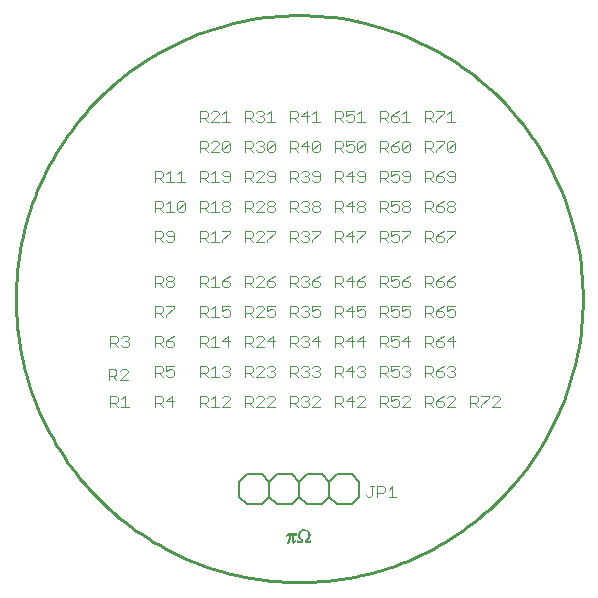
<source format=gto>
G75*
%MOIN*%
%OFA0B0*%
%FSLAX25Y25*%
%IPPOS*%
%LPD*%
%AMOC8*
5,1,8,0,0,1.08239X$1,22.5*
%
%ADD10C,0.01000*%
%ADD11R,0.00400X0.00100*%
%ADD12R,0.00300X0.00100*%
%ADD13R,0.00600X0.00100*%
%ADD14R,0.00700X0.00100*%
%ADD15R,0.01800X0.00100*%
%ADD16R,0.00900X0.00100*%
%ADD17R,0.01000X0.00100*%
%ADD18R,0.01100X0.00100*%
%ADD19R,0.01200X0.00100*%
%ADD20R,0.00200X0.00100*%
%ADD21R,0.00500X0.00100*%
%ADD22R,0.00100X0.00100*%
%ADD23R,0.00800X0.00100*%
%ADD24R,0.03200X0.00100*%
%ADD25R,0.03100X0.00100*%
%ADD26R,0.03000X0.00100*%
%ADD27R,0.02900X0.00100*%
%ADD28R,0.02700X0.00100*%
%ADD29R,0.01700X0.00100*%
%ADD30C,0.00600*%
%ADD31C,0.00400*%
%ADD32C,0.00300*%
D10*
X0005437Y0099925D02*
X0005465Y0102244D01*
X0005551Y0104561D01*
X0005693Y0106876D01*
X0005892Y0109186D01*
X0006148Y0111491D01*
X0006460Y0113789D01*
X0006828Y0116079D01*
X0007253Y0118359D01*
X0007733Y0120627D01*
X0008269Y0122884D01*
X0008860Y0125126D01*
X0009506Y0127353D01*
X0010206Y0129564D01*
X0010960Y0131757D01*
X0011768Y0133931D01*
X0012629Y0136084D01*
X0013543Y0138215D01*
X0014509Y0140324D01*
X0015526Y0142408D01*
X0016594Y0144466D01*
X0017712Y0146498D01*
X0018880Y0148502D01*
X0020096Y0150476D01*
X0021361Y0152420D01*
X0022673Y0154332D01*
X0024032Y0156211D01*
X0025436Y0158057D01*
X0026885Y0159868D01*
X0028378Y0161642D01*
X0029914Y0163379D01*
X0031492Y0165078D01*
X0033112Y0166738D01*
X0034772Y0168358D01*
X0036471Y0169936D01*
X0038208Y0171472D01*
X0039982Y0172965D01*
X0041793Y0174414D01*
X0043639Y0175818D01*
X0045518Y0177177D01*
X0047430Y0178489D01*
X0049374Y0179754D01*
X0051348Y0180970D01*
X0053352Y0182138D01*
X0055384Y0183256D01*
X0057442Y0184324D01*
X0059526Y0185341D01*
X0061635Y0186307D01*
X0063766Y0187221D01*
X0065919Y0188082D01*
X0068093Y0188890D01*
X0070286Y0189644D01*
X0072497Y0190344D01*
X0074724Y0190990D01*
X0076966Y0191581D01*
X0079223Y0192117D01*
X0081491Y0192597D01*
X0083771Y0193022D01*
X0086061Y0193390D01*
X0088359Y0193702D01*
X0090664Y0193958D01*
X0092974Y0194157D01*
X0095289Y0194299D01*
X0097606Y0194385D01*
X0099925Y0194413D01*
X0102244Y0194385D01*
X0104561Y0194299D01*
X0106876Y0194157D01*
X0109186Y0193958D01*
X0111491Y0193702D01*
X0113789Y0193390D01*
X0116079Y0193022D01*
X0118359Y0192597D01*
X0120627Y0192117D01*
X0122884Y0191581D01*
X0125126Y0190990D01*
X0127353Y0190344D01*
X0129564Y0189644D01*
X0131757Y0188890D01*
X0133931Y0188082D01*
X0136084Y0187221D01*
X0138215Y0186307D01*
X0140324Y0185341D01*
X0142408Y0184324D01*
X0144466Y0183256D01*
X0146498Y0182138D01*
X0148502Y0180970D01*
X0150476Y0179754D01*
X0152420Y0178489D01*
X0154332Y0177177D01*
X0156211Y0175818D01*
X0158057Y0174414D01*
X0159868Y0172965D01*
X0161642Y0171472D01*
X0163379Y0169936D01*
X0165078Y0168358D01*
X0166738Y0166738D01*
X0168358Y0165078D01*
X0169936Y0163379D01*
X0171472Y0161642D01*
X0172965Y0159868D01*
X0174414Y0158057D01*
X0175818Y0156211D01*
X0177177Y0154332D01*
X0178489Y0152420D01*
X0179754Y0150476D01*
X0180970Y0148502D01*
X0182138Y0146498D01*
X0183256Y0144466D01*
X0184324Y0142408D01*
X0185341Y0140324D01*
X0186307Y0138215D01*
X0187221Y0136084D01*
X0188082Y0133931D01*
X0188890Y0131757D01*
X0189644Y0129564D01*
X0190344Y0127353D01*
X0190990Y0125126D01*
X0191581Y0122884D01*
X0192117Y0120627D01*
X0192597Y0118359D01*
X0193022Y0116079D01*
X0193390Y0113789D01*
X0193702Y0111491D01*
X0193958Y0109186D01*
X0194157Y0106876D01*
X0194299Y0104561D01*
X0194385Y0102244D01*
X0194413Y0099925D01*
X0194385Y0097606D01*
X0194299Y0095289D01*
X0194157Y0092974D01*
X0193958Y0090664D01*
X0193702Y0088359D01*
X0193390Y0086061D01*
X0193022Y0083771D01*
X0192597Y0081491D01*
X0192117Y0079223D01*
X0191581Y0076966D01*
X0190990Y0074724D01*
X0190344Y0072497D01*
X0189644Y0070286D01*
X0188890Y0068093D01*
X0188082Y0065919D01*
X0187221Y0063766D01*
X0186307Y0061635D01*
X0185341Y0059526D01*
X0184324Y0057442D01*
X0183256Y0055384D01*
X0182138Y0053352D01*
X0180970Y0051348D01*
X0179754Y0049374D01*
X0178489Y0047430D01*
X0177177Y0045518D01*
X0175818Y0043639D01*
X0174414Y0041793D01*
X0172965Y0039982D01*
X0171472Y0038208D01*
X0169936Y0036471D01*
X0168358Y0034772D01*
X0166738Y0033112D01*
X0165078Y0031492D01*
X0163379Y0029914D01*
X0161642Y0028378D01*
X0159868Y0026885D01*
X0158057Y0025436D01*
X0156211Y0024032D01*
X0154332Y0022673D01*
X0152420Y0021361D01*
X0150476Y0020096D01*
X0148502Y0018880D01*
X0146498Y0017712D01*
X0144466Y0016594D01*
X0142408Y0015526D01*
X0140324Y0014509D01*
X0138215Y0013543D01*
X0136084Y0012629D01*
X0133931Y0011768D01*
X0131757Y0010960D01*
X0129564Y0010206D01*
X0127353Y0009506D01*
X0125126Y0008860D01*
X0122884Y0008269D01*
X0120627Y0007733D01*
X0118359Y0007253D01*
X0116079Y0006828D01*
X0113789Y0006460D01*
X0111491Y0006148D01*
X0109186Y0005892D01*
X0106876Y0005693D01*
X0104561Y0005551D01*
X0102244Y0005465D01*
X0099925Y0005437D01*
X0097606Y0005465D01*
X0095289Y0005551D01*
X0092974Y0005693D01*
X0090664Y0005892D01*
X0088359Y0006148D01*
X0086061Y0006460D01*
X0083771Y0006828D01*
X0081491Y0007253D01*
X0079223Y0007733D01*
X0076966Y0008269D01*
X0074724Y0008860D01*
X0072497Y0009506D01*
X0070286Y0010206D01*
X0068093Y0010960D01*
X0065919Y0011768D01*
X0063766Y0012629D01*
X0061635Y0013543D01*
X0059526Y0014509D01*
X0057442Y0015526D01*
X0055384Y0016594D01*
X0053352Y0017712D01*
X0051348Y0018880D01*
X0049374Y0020096D01*
X0047430Y0021361D01*
X0045518Y0022673D01*
X0043639Y0024032D01*
X0041793Y0025436D01*
X0039982Y0026885D01*
X0038208Y0028378D01*
X0036471Y0029914D01*
X0034772Y0031492D01*
X0033112Y0033112D01*
X0031492Y0034772D01*
X0029914Y0036471D01*
X0028378Y0038208D01*
X0026885Y0039982D01*
X0025436Y0041793D01*
X0024032Y0043639D01*
X0022673Y0045518D01*
X0021361Y0047430D01*
X0020096Y0049374D01*
X0018880Y0051348D01*
X0017712Y0053352D01*
X0016594Y0055384D01*
X0015526Y0057442D01*
X0014509Y0059526D01*
X0013543Y0061635D01*
X0012629Y0063766D01*
X0011768Y0065919D01*
X0010960Y0068093D01*
X0010206Y0070286D01*
X0009506Y0072497D01*
X0008860Y0074724D01*
X0008269Y0076966D01*
X0007733Y0079223D01*
X0007253Y0081491D01*
X0006828Y0083771D01*
X0006460Y0086061D01*
X0006148Y0088359D01*
X0005892Y0090664D01*
X0005693Y0092974D01*
X0005551Y0095289D01*
X0005465Y0097606D01*
X0005437Y0099925D01*
D11*
X0096850Y0020900D03*
X0096850Y0020800D03*
X0096850Y0020700D03*
X0096850Y0020600D03*
X0096850Y0020500D03*
X0096750Y0020200D03*
X0096750Y0020100D03*
X0096750Y0020000D03*
X0096750Y0019900D03*
X0096750Y0019800D03*
X0096750Y0019700D03*
X0096650Y0019400D03*
X0096650Y0019300D03*
X0096350Y0018300D03*
X0097850Y0019200D03*
X0097850Y0019300D03*
X0097850Y0019400D03*
X0097850Y0019500D03*
X0097850Y0019600D03*
X0097850Y0019700D03*
X0097850Y0019800D03*
X0097850Y0019900D03*
X0097850Y0020000D03*
X0097850Y0020100D03*
X0097850Y0020200D03*
X0097950Y0020600D03*
X0097950Y0020700D03*
X0097950Y0020800D03*
X0097950Y0020900D03*
D12*
X0097900Y0020500D03*
X0097900Y0020400D03*
X0097900Y0020300D03*
X0098900Y0019000D03*
X0098800Y0018900D03*
X0098300Y0018300D03*
X0101100Y0019000D03*
X0101100Y0019100D03*
X0102200Y0019100D03*
X0102200Y0019000D03*
X0096000Y0020900D03*
D13*
X0096550Y0019000D03*
X0096350Y0018500D03*
X0096350Y0018400D03*
X0097950Y0019000D03*
X0100250Y0019800D03*
X0100050Y0021600D03*
X0100150Y0021800D03*
X0100250Y0022000D03*
X0100350Y0022100D03*
X0100450Y0022200D03*
X0100550Y0022300D03*
X0102750Y0022300D03*
X0102850Y0022200D03*
X0102950Y0022100D03*
X0103050Y0022000D03*
X0103150Y0021800D03*
X0103250Y0021600D03*
X0103050Y0019800D03*
D14*
X0103100Y0019900D03*
X0103200Y0020000D03*
X0103200Y0020100D03*
X0103300Y0020200D03*
X0103300Y0020300D03*
X0103300Y0020400D03*
X0103400Y0020800D03*
X0103400Y0020900D03*
X0103400Y0021000D03*
X0103400Y0021100D03*
X0103300Y0021300D03*
X0103300Y0021400D03*
X0103300Y0021500D03*
X0103200Y0021700D03*
X0103100Y0021900D03*
X0102400Y0022500D03*
X0100900Y0022500D03*
X0100200Y0021900D03*
X0100100Y0021700D03*
X0100000Y0021500D03*
X0100000Y0021400D03*
X0100000Y0021300D03*
X0099900Y0021100D03*
X0099900Y0021000D03*
X0099900Y0020900D03*
X0099900Y0020800D03*
X0099900Y0020700D03*
X0100000Y0020400D03*
X0100000Y0020300D03*
X0100000Y0020200D03*
X0100100Y0020100D03*
X0100100Y0020000D03*
X0100200Y0019900D03*
X0100300Y0019700D03*
X0100400Y0019600D03*
X0100500Y0019500D03*
X0100700Y0019400D03*
X0102600Y0019400D03*
X0102800Y0019500D03*
X0102900Y0019600D03*
X0103000Y0019700D03*
X0098300Y0018400D03*
X0098000Y0018900D03*
X0096500Y0018900D03*
X0096400Y0018800D03*
X0096400Y0018700D03*
X0096400Y0018600D03*
D15*
X0100350Y0018600D03*
X0100350Y0018700D03*
X0100350Y0018800D03*
X0100350Y0018900D03*
X0100350Y0018500D03*
X0100350Y0018400D03*
X0102950Y0018400D03*
X0102950Y0018500D03*
X0102950Y0018600D03*
X0102950Y0018700D03*
X0102950Y0018800D03*
X0102950Y0018900D03*
D16*
X0098300Y0018500D03*
D17*
X0098350Y0018600D03*
X0101650Y0022700D03*
D18*
X0098300Y0018700D03*
D19*
X0098350Y0018800D03*
D20*
X0098950Y0019100D03*
X0098950Y0019200D03*
X0098950Y0019300D03*
X0099550Y0019100D03*
X0099550Y0019000D03*
X0095850Y0020700D03*
X0095850Y0020800D03*
X0103750Y0019100D03*
X0103750Y0019000D03*
D21*
X0102300Y0019200D03*
X0101000Y0019200D03*
X0097900Y0019100D03*
X0096700Y0019500D03*
X0096700Y0019600D03*
X0096600Y0019200D03*
X0096600Y0019100D03*
X0096800Y0020300D03*
X0096800Y0020400D03*
X0100700Y0022400D03*
X0102600Y0022400D03*
D22*
X0103800Y0019300D03*
X0103800Y0019200D03*
X0099500Y0019200D03*
X0099500Y0019300D03*
X0095800Y0020600D03*
D23*
X0099950Y0020600D03*
X0099950Y0020500D03*
X0099950Y0021200D03*
X0100850Y0019300D03*
X0102450Y0019300D03*
X0103350Y0020500D03*
X0103350Y0020600D03*
X0103350Y0020700D03*
X0103350Y0021200D03*
D24*
X0097450Y0021000D03*
D25*
X0097500Y0021100D03*
X0097500Y0021200D03*
D26*
X0097550Y0021300D03*
D27*
X0097600Y0021400D03*
D28*
X0097700Y0021500D03*
D29*
X0101600Y0022600D03*
D30*
X0102425Y0031500D02*
X0099925Y0034000D01*
X0097425Y0031500D01*
X0092425Y0031500D01*
X0089925Y0034000D01*
X0087425Y0031500D01*
X0082425Y0031500D01*
X0079925Y0034000D01*
X0079925Y0039000D01*
X0082425Y0041500D01*
X0087425Y0041500D01*
X0089925Y0039000D01*
X0092425Y0041500D01*
X0097425Y0041500D01*
X0099925Y0039000D01*
X0099925Y0034000D01*
X0102425Y0031500D02*
X0107425Y0031500D01*
X0109925Y0034000D01*
X0112425Y0031500D01*
X0117425Y0031500D01*
X0119925Y0034000D01*
X0119925Y0039000D01*
X0117425Y0041500D01*
X0112425Y0041500D01*
X0109925Y0039000D01*
X0109925Y0034000D01*
X0109925Y0039000D02*
X0107425Y0041500D01*
X0102425Y0041500D01*
X0099925Y0039000D01*
X0089925Y0039000D02*
X0089925Y0034000D01*
D31*
X0122325Y0034501D02*
X0122926Y0033900D01*
X0123526Y0033900D01*
X0124127Y0034501D01*
X0124127Y0037503D01*
X0124727Y0037503D02*
X0123526Y0037503D01*
X0126008Y0037503D02*
X0126008Y0033900D01*
X0126008Y0035101D02*
X0127810Y0035101D01*
X0128410Y0035702D01*
X0128410Y0036903D01*
X0127810Y0037503D01*
X0126008Y0037503D01*
X0129691Y0036302D02*
X0130893Y0037503D01*
X0130893Y0033900D01*
X0132094Y0033900D02*
X0129691Y0033900D01*
D32*
X0036900Y0063900D02*
X0036900Y0067603D01*
X0038752Y0067603D01*
X0039369Y0066986D01*
X0039369Y0065752D01*
X0038752Y0065134D01*
X0036900Y0065134D01*
X0038134Y0065134D02*
X0039369Y0063900D01*
X0040583Y0063900D02*
X0043052Y0063900D01*
X0041818Y0063900D02*
X0041818Y0067603D01*
X0040583Y0066369D01*
X0040217Y0072900D02*
X0042686Y0075369D01*
X0042686Y0075986D01*
X0042068Y0076603D01*
X0040834Y0076603D01*
X0040217Y0075986D01*
X0039002Y0075986D02*
X0039002Y0074752D01*
X0038385Y0074134D01*
X0036534Y0074134D01*
X0036534Y0072900D02*
X0036534Y0076603D01*
X0038385Y0076603D01*
X0039002Y0075986D01*
X0037768Y0074134D02*
X0039002Y0072900D01*
X0040217Y0072900D02*
X0042686Y0072900D01*
X0051900Y0073900D02*
X0051900Y0077603D01*
X0053752Y0077603D01*
X0054369Y0076986D01*
X0054369Y0075752D01*
X0053752Y0075134D01*
X0051900Y0075134D01*
X0053134Y0075134D02*
X0054369Y0073900D01*
X0055583Y0074517D02*
X0056200Y0073900D01*
X0057435Y0073900D01*
X0058052Y0074517D01*
X0058052Y0075752D01*
X0057435Y0076369D01*
X0056818Y0076369D01*
X0055583Y0075752D01*
X0055583Y0077603D01*
X0058052Y0077603D01*
X0057435Y0083900D02*
X0058052Y0084517D01*
X0058052Y0085134D01*
X0057435Y0085752D01*
X0055583Y0085752D01*
X0055583Y0084517D01*
X0056200Y0083900D01*
X0057435Y0083900D01*
X0055583Y0085752D02*
X0056818Y0086986D01*
X0058052Y0087603D01*
X0054369Y0086986D02*
X0054369Y0085752D01*
X0053752Y0085134D01*
X0051900Y0085134D01*
X0051900Y0083900D02*
X0051900Y0087603D01*
X0053752Y0087603D01*
X0054369Y0086986D01*
X0053134Y0085134D02*
X0054369Y0083900D01*
X0054369Y0093900D02*
X0053134Y0095134D01*
X0053752Y0095134D02*
X0051900Y0095134D01*
X0051900Y0093900D02*
X0051900Y0097603D01*
X0053752Y0097603D01*
X0054369Y0096986D01*
X0054369Y0095752D01*
X0053752Y0095134D01*
X0055583Y0094517D02*
X0055583Y0093900D01*
X0055583Y0094517D02*
X0058052Y0096986D01*
X0058052Y0097603D01*
X0055583Y0097603D01*
X0056250Y0103900D02*
X0055633Y0104517D01*
X0055633Y0105134D01*
X0056250Y0105752D01*
X0057485Y0105752D01*
X0058102Y0105134D01*
X0058102Y0104517D01*
X0057485Y0103900D01*
X0056250Y0103900D01*
X0054419Y0103900D02*
X0053184Y0105134D01*
X0053802Y0105134D02*
X0051950Y0105134D01*
X0051950Y0103900D02*
X0051950Y0107603D01*
X0053802Y0107603D01*
X0054419Y0106986D01*
X0054419Y0105752D01*
X0053802Y0105134D01*
X0055633Y0106369D02*
X0055633Y0106986D01*
X0056250Y0107603D01*
X0057485Y0107603D01*
X0058102Y0106986D01*
X0058102Y0106369D01*
X0057485Y0105752D01*
X0056250Y0105752D02*
X0055633Y0106369D01*
X0066900Y0107603D02*
X0066900Y0103900D01*
X0066900Y0105134D02*
X0068752Y0105134D01*
X0069369Y0105752D01*
X0069369Y0106986D01*
X0068752Y0107603D01*
X0066900Y0107603D01*
X0068134Y0105134D02*
X0069369Y0103900D01*
X0070583Y0103900D02*
X0073052Y0103900D01*
X0071818Y0103900D02*
X0071818Y0107603D01*
X0070583Y0106369D01*
X0074266Y0105752D02*
X0076118Y0105752D01*
X0076735Y0105134D01*
X0076735Y0104517D01*
X0076118Y0103900D01*
X0074883Y0103900D01*
X0074266Y0104517D01*
X0074266Y0105752D01*
X0075501Y0106986D01*
X0076735Y0107603D01*
X0081900Y0107603D02*
X0081900Y0103900D01*
X0081900Y0105134D02*
X0083752Y0105134D01*
X0084369Y0105752D01*
X0084369Y0106986D01*
X0083752Y0107603D01*
X0081900Y0107603D01*
X0083134Y0105134D02*
X0084369Y0103900D01*
X0085583Y0103900D02*
X0088052Y0106369D01*
X0088052Y0106986D01*
X0087435Y0107603D01*
X0086200Y0107603D01*
X0085583Y0106986D01*
X0085583Y0103900D02*
X0088052Y0103900D01*
X0089266Y0104517D02*
X0089883Y0103900D01*
X0091118Y0103900D01*
X0091735Y0104517D01*
X0091735Y0105134D01*
X0091118Y0105752D01*
X0089266Y0105752D01*
X0089266Y0104517D01*
X0089266Y0105752D02*
X0090501Y0106986D01*
X0091735Y0107603D01*
X0096900Y0107603D02*
X0096900Y0103900D01*
X0096900Y0105134D02*
X0098752Y0105134D01*
X0099369Y0105752D01*
X0099369Y0106986D01*
X0098752Y0107603D01*
X0096900Y0107603D01*
X0098134Y0105134D02*
X0099369Y0103900D01*
X0100583Y0104517D02*
X0101200Y0103900D01*
X0102435Y0103900D01*
X0103052Y0104517D01*
X0103052Y0105134D01*
X0102435Y0105752D01*
X0101818Y0105752D01*
X0102435Y0105752D02*
X0103052Y0106369D01*
X0103052Y0106986D01*
X0102435Y0107603D01*
X0101200Y0107603D01*
X0100583Y0106986D01*
X0104266Y0105752D02*
X0106118Y0105752D01*
X0106735Y0105134D01*
X0106735Y0104517D01*
X0106118Y0103900D01*
X0104883Y0103900D01*
X0104266Y0104517D01*
X0104266Y0105752D01*
X0105501Y0106986D01*
X0106735Y0107603D01*
X0111900Y0107603D02*
X0111900Y0103900D01*
X0111900Y0105134D02*
X0113752Y0105134D01*
X0114369Y0105752D01*
X0114369Y0106986D01*
X0113752Y0107603D01*
X0111900Y0107603D01*
X0113134Y0105134D02*
X0114369Y0103900D01*
X0115583Y0105752D02*
X0118052Y0105752D01*
X0119266Y0105752D02*
X0121118Y0105752D01*
X0121735Y0105134D01*
X0121735Y0104517D01*
X0121118Y0103900D01*
X0119883Y0103900D01*
X0119266Y0104517D01*
X0119266Y0105752D01*
X0120501Y0106986D01*
X0121735Y0107603D01*
X0117435Y0107603D02*
X0117435Y0103900D01*
X0115583Y0105752D02*
X0117435Y0107603D01*
X0126900Y0107603D02*
X0126900Y0103900D01*
X0126900Y0105134D02*
X0128752Y0105134D01*
X0129369Y0105752D01*
X0129369Y0106986D01*
X0128752Y0107603D01*
X0126900Y0107603D01*
X0128134Y0105134D02*
X0129369Y0103900D01*
X0130583Y0104517D02*
X0131200Y0103900D01*
X0132435Y0103900D01*
X0133052Y0104517D01*
X0133052Y0105752D01*
X0132435Y0106369D01*
X0131818Y0106369D01*
X0130583Y0105752D01*
X0130583Y0107603D01*
X0133052Y0107603D01*
X0134266Y0105752D02*
X0136118Y0105752D01*
X0136735Y0105134D01*
X0136735Y0104517D01*
X0136118Y0103900D01*
X0134883Y0103900D01*
X0134266Y0104517D01*
X0134266Y0105752D01*
X0135501Y0106986D01*
X0136735Y0107603D01*
X0141900Y0107603D02*
X0141900Y0103900D01*
X0141900Y0105134D02*
X0143752Y0105134D01*
X0144369Y0105752D01*
X0144369Y0106986D01*
X0143752Y0107603D01*
X0141900Y0107603D01*
X0143134Y0105134D02*
X0144369Y0103900D01*
X0145583Y0104517D02*
X0146200Y0103900D01*
X0147435Y0103900D01*
X0148052Y0104517D01*
X0148052Y0105134D01*
X0147435Y0105752D01*
X0145583Y0105752D01*
X0145583Y0104517D01*
X0145583Y0105752D02*
X0146818Y0106986D01*
X0148052Y0107603D01*
X0149266Y0105752D02*
X0151118Y0105752D01*
X0151735Y0105134D01*
X0151735Y0104517D01*
X0151118Y0103900D01*
X0149883Y0103900D01*
X0149266Y0104517D01*
X0149266Y0105752D01*
X0150501Y0106986D01*
X0151735Y0107603D01*
X0151735Y0097603D02*
X0149266Y0097603D01*
X0149266Y0095752D01*
X0150501Y0096369D01*
X0151118Y0096369D01*
X0151735Y0095752D01*
X0151735Y0094517D01*
X0151118Y0093900D01*
X0149883Y0093900D01*
X0149266Y0094517D01*
X0148052Y0094517D02*
X0148052Y0095134D01*
X0147435Y0095752D01*
X0145583Y0095752D01*
X0145583Y0094517D01*
X0146200Y0093900D01*
X0147435Y0093900D01*
X0148052Y0094517D01*
X0146818Y0096986D02*
X0145583Y0095752D01*
X0144369Y0095752D02*
X0143752Y0095134D01*
X0141900Y0095134D01*
X0141900Y0093900D02*
X0141900Y0097603D01*
X0143752Y0097603D01*
X0144369Y0096986D01*
X0144369Y0095752D01*
X0143134Y0095134D02*
X0144369Y0093900D01*
X0146818Y0096986D02*
X0148052Y0097603D01*
X0148052Y0087603D02*
X0146818Y0086986D01*
X0145583Y0085752D01*
X0147435Y0085752D01*
X0148052Y0085134D01*
X0148052Y0084517D01*
X0147435Y0083900D01*
X0146200Y0083900D01*
X0145583Y0084517D01*
X0145583Y0085752D01*
X0144369Y0085752D02*
X0143752Y0085134D01*
X0141900Y0085134D01*
X0141900Y0083900D02*
X0141900Y0087603D01*
X0143752Y0087603D01*
X0144369Y0086986D01*
X0144369Y0085752D01*
X0143134Y0085134D02*
X0144369Y0083900D01*
X0149266Y0085752D02*
X0151735Y0085752D01*
X0151118Y0087603D02*
X0151118Y0083900D01*
X0149266Y0085752D02*
X0151118Y0087603D01*
X0151118Y0077603D02*
X0149883Y0077603D01*
X0149266Y0076986D01*
X0148052Y0077603D02*
X0146818Y0076986D01*
X0145583Y0075752D01*
X0147435Y0075752D01*
X0148052Y0075134D01*
X0148052Y0074517D01*
X0147435Y0073900D01*
X0146200Y0073900D01*
X0145583Y0074517D01*
X0145583Y0075752D01*
X0144369Y0075752D02*
X0143752Y0075134D01*
X0141900Y0075134D01*
X0141900Y0073900D02*
X0141900Y0077603D01*
X0143752Y0077603D01*
X0144369Y0076986D01*
X0144369Y0075752D01*
X0143134Y0075134D02*
X0144369Y0073900D01*
X0149266Y0074517D02*
X0149883Y0073900D01*
X0151118Y0073900D01*
X0151735Y0074517D01*
X0151735Y0075134D01*
X0151118Y0075752D01*
X0150501Y0075752D01*
X0151118Y0075752D02*
X0151735Y0076369D01*
X0151735Y0076986D01*
X0151118Y0077603D01*
X0151118Y0067603D02*
X0149883Y0067603D01*
X0149266Y0066986D01*
X0148052Y0067603D02*
X0146818Y0066986D01*
X0145583Y0065752D01*
X0147435Y0065752D01*
X0148052Y0065134D01*
X0148052Y0064517D01*
X0147435Y0063900D01*
X0146200Y0063900D01*
X0145583Y0064517D01*
X0145583Y0065752D01*
X0144369Y0065752D02*
X0143752Y0065134D01*
X0141900Y0065134D01*
X0141900Y0063900D02*
X0141900Y0067603D01*
X0143752Y0067603D01*
X0144369Y0066986D01*
X0144369Y0065752D01*
X0143134Y0065134D02*
X0144369Y0063900D01*
X0149266Y0063900D02*
X0151735Y0066369D01*
X0151735Y0066986D01*
X0151118Y0067603D01*
X0151735Y0063900D02*
X0149266Y0063900D01*
X0156900Y0063900D02*
X0156900Y0067603D01*
X0158752Y0067603D01*
X0159369Y0066986D01*
X0159369Y0065752D01*
X0158752Y0065134D01*
X0156900Y0065134D01*
X0158134Y0065134D02*
X0159369Y0063900D01*
X0160583Y0063900D02*
X0160583Y0064517D01*
X0163052Y0066986D01*
X0163052Y0067603D01*
X0160583Y0067603D01*
X0164266Y0066986D02*
X0164883Y0067603D01*
X0166118Y0067603D01*
X0166735Y0066986D01*
X0166735Y0066369D01*
X0164266Y0063900D01*
X0166735Y0063900D01*
X0136735Y0063900D02*
X0134266Y0063900D01*
X0136735Y0066369D01*
X0136735Y0066986D01*
X0136118Y0067603D01*
X0134883Y0067603D01*
X0134266Y0066986D01*
X0133052Y0067603D02*
X0130583Y0067603D01*
X0130583Y0065752D01*
X0131818Y0066369D01*
X0132435Y0066369D01*
X0133052Y0065752D01*
X0133052Y0064517D01*
X0132435Y0063900D01*
X0131200Y0063900D01*
X0130583Y0064517D01*
X0129369Y0063900D02*
X0128134Y0065134D01*
X0128752Y0065134D02*
X0126900Y0065134D01*
X0126900Y0063900D02*
X0126900Y0067603D01*
X0128752Y0067603D01*
X0129369Y0066986D01*
X0129369Y0065752D01*
X0128752Y0065134D01*
X0121735Y0063900D02*
X0119266Y0063900D01*
X0121735Y0066369D01*
X0121735Y0066986D01*
X0121118Y0067603D01*
X0119883Y0067603D01*
X0119266Y0066986D01*
X0118052Y0065752D02*
X0115583Y0065752D01*
X0117435Y0067603D01*
X0117435Y0063900D01*
X0114369Y0063900D02*
X0113134Y0065134D01*
X0113752Y0065134D02*
X0111900Y0065134D01*
X0111900Y0063900D02*
X0111900Y0067603D01*
X0113752Y0067603D01*
X0114369Y0066986D01*
X0114369Y0065752D01*
X0113752Y0065134D01*
X0106735Y0063900D02*
X0104266Y0063900D01*
X0106735Y0066369D01*
X0106735Y0066986D01*
X0106118Y0067603D01*
X0104883Y0067603D01*
X0104266Y0066986D01*
X0103052Y0066986D02*
X0103052Y0066369D01*
X0102435Y0065752D01*
X0103052Y0065134D01*
X0103052Y0064517D01*
X0102435Y0063900D01*
X0101200Y0063900D01*
X0100583Y0064517D01*
X0099369Y0063900D02*
X0098134Y0065134D01*
X0098752Y0065134D02*
X0096900Y0065134D01*
X0096900Y0063900D02*
X0096900Y0067603D01*
X0098752Y0067603D01*
X0099369Y0066986D01*
X0099369Y0065752D01*
X0098752Y0065134D01*
X0100583Y0066986D02*
X0101200Y0067603D01*
X0102435Y0067603D01*
X0103052Y0066986D01*
X0102435Y0065752D02*
X0101818Y0065752D01*
X0102435Y0073900D02*
X0101200Y0073900D01*
X0100583Y0074517D01*
X0099369Y0073900D02*
X0098134Y0075134D01*
X0098752Y0075134D02*
X0096900Y0075134D01*
X0096900Y0073900D02*
X0096900Y0077603D01*
X0098752Y0077603D01*
X0099369Y0076986D01*
X0099369Y0075752D01*
X0098752Y0075134D01*
X0100583Y0076986D02*
X0101200Y0077603D01*
X0102435Y0077603D01*
X0103052Y0076986D01*
X0103052Y0076369D01*
X0102435Y0075752D01*
X0103052Y0075134D01*
X0103052Y0074517D01*
X0102435Y0073900D01*
X0102435Y0075752D02*
X0101818Y0075752D01*
X0104266Y0076986D02*
X0104883Y0077603D01*
X0106118Y0077603D01*
X0106735Y0076986D01*
X0106735Y0076369D01*
X0106118Y0075752D01*
X0106735Y0075134D01*
X0106735Y0074517D01*
X0106118Y0073900D01*
X0104883Y0073900D01*
X0104266Y0074517D01*
X0105501Y0075752D02*
X0106118Y0075752D01*
X0111900Y0075134D02*
X0113752Y0075134D01*
X0114369Y0075752D01*
X0114369Y0076986D01*
X0113752Y0077603D01*
X0111900Y0077603D01*
X0111900Y0073900D01*
X0113134Y0075134D02*
X0114369Y0073900D01*
X0115583Y0075752D02*
X0118052Y0075752D01*
X0119266Y0076986D02*
X0119883Y0077603D01*
X0121118Y0077603D01*
X0121735Y0076986D01*
X0121735Y0076369D01*
X0121118Y0075752D01*
X0121735Y0075134D01*
X0121735Y0074517D01*
X0121118Y0073900D01*
X0119883Y0073900D01*
X0119266Y0074517D01*
X0120501Y0075752D02*
X0121118Y0075752D01*
X0117435Y0077603D02*
X0117435Y0073900D01*
X0115583Y0075752D02*
X0117435Y0077603D01*
X0117435Y0083900D02*
X0117435Y0087603D01*
X0115583Y0085752D01*
X0118052Y0085752D01*
X0119266Y0085752D02*
X0121735Y0085752D01*
X0121118Y0087603D02*
X0121118Y0083900D01*
X0119266Y0085752D02*
X0121118Y0087603D01*
X0126900Y0087603D02*
X0126900Y0083900D01*
X0126900Y0085134D02*
X0128752Y0085134D01*
X0129369Y0085752D01*
X0129369Y0086986D01*
X0128752Y0087603D01*
X0126900Y0087603D01*
X0128134Y0085134D02*
X0129369Y0083900D01*
X0130583Y0084517D02*
X0131200Y0083900D01*
X0132435Y0083900D01*
X0133052Y0084517D01*
X0133052Y0085752D01*
X0132435Y0086369D01*
X0131818Y0086369D01*
X0130583Y0085752D01*
X0130583Y0087603D01*
X0133052Y0087603D01*
X0134266Y0085752D02*
X0136735Y0085752D01*
X0136118Y0087603D02*
X0136118Y0083900D01*
X0134266Y0085752D02*
X0136118Y0087603D01*
X0136118Y0093900D02*
X0134883Y0093900D01*
X0134266Y0094517D01*
X0133052Y0094517D02*
X0132435Y0093900D01*
X0131200Y0093900D01*
X0130583Y0094517D01*
X0130583Y0095752D02*
X0131818Y0096369D01*
X0132435Y0096369D01*
X0133052Y0095752D01*
X0133052Y0094517D01*
X0134266Y0095752D02*
X0135501Y0096369D01*
X0136118Y0096369D01*
X0136735Y0095752D01*
X0136735Y0094517D01*
X0136118Y0093900D01*
X0134266Y0095752D02*
X0134266Y0097603D01*
X0136735Y0097603D01*
X0133052Y0097603D02*
X0130583Y0097603D01*
X0130583Y0095752D01*
X0129369Y0095752D02*
X0129369Y0096986D01*
X0128752Y0097603D01*
X0126900Y0097603D01*
X0126900Y0093900D01*
X0126900Y0095134D02*
X0128752Y0095134D01*
X0129369Y0095752D01*
X0128134Y0095134D02*
X0129369Y0093900D01*
X0121735Y0094517D02*
X0121118Y0093900D01*
X0119883Y0093900D01*
X0119266Y0094517D01*
X0119266Y0095752D02*
X0120501Y0096369D01*
X0121118Y0096369D01*
X0121735Y0095752D01*
X0121735Y0094517D01*
X0119266Y0095752D02*
X0119266Y0097603D01*
X0121735Y0097603D01*
X0118052Y0095752D02*
X0115583Y0095752D01*
X0117435Y0097603D01*
X0117435Y0093900D01*
X0114369Y0093900D02*
X0113134Y0095134D01*
X0113752Y0095134D02*
X0111900Y0095134D01*
X0111900Y0093900D02*
X0111900Y0097603D01*
X0113752Y0097603D01*
X0114369Y0096986D01*
X0114369Y0095752D01*
X0113752Y0095134D01*
X0106735Y0094517D02*
X0106118Y0093900D01*
X0104883Y0093900D01*
X0104266Y0094517D01*
X0103052Y0094517D02*
X0102435Y0093900D01*
X0101200Y0093900D01*
X0100583Y0094517D01*
X0099369Y0093900D02*
X0098134Y0095134D01*
X0098752Y0095134D02*
X0096900Y0095134D01*
X0096900Y0093900D02*
X0096900Y0097603D01*
X0098752Y0097603D01*
X0099369Y0096986D01*
X0099369Y0095752D01*
X0098752Y0095134D01*
X0100583Y0096986D02*
X0101200Y0097603D01*
X0102435Y0097603D01*
X0103052Y0096986D01*
X0103052Y0096369D01*
X0102435Y0095752D01*
X0103052Y0095134D01*
X0103052Y0094517D01*
X0102435Y0095752D02*
X0101818Y0095752D01*
X0104266Y0095752D02*
X0105501Y0096369D01*
X0106118Y0096369D01*
X0106735Y0095752D01*
X0106735Y0094517D01*
X0104266Y0095752D02*
X0104266Y0097603D01*
X0106735Y0097603D01*
X0106118Y0087603D02*
X0104266Y0085752D01*
X0106735Y0085752D01*
X0106118Y0087603D02*
X0106118Y0083900D01*
X0103052Y0084517D02*
X0102435Y0083900D01*
X0101200Y0083900D01*
X0100583Y0084517D01*
X0099369Y0083900D02*
X0098134Y0085134D01*
X0098752Y0085134D02*
X0096900Y0085134D01*
X0096900Y0083900D02*
X0096900Y0087603D01*
X0098752Y0087603D01*
X0099369Y0086986D01*
X0099369Y0085752D01*
X0098752Y0085134D01*
X0100583Y0086986D02*
X0101200Y0087603D01*
X0102435Y0087603D01*
X0103052Y0086986D01*
X0103052Y0086369D01*
X0102435Y0085752D01*
X0103052Y0085134D01*
X0103052Y0084517D01*
X0102435Y0085752D02*
X0101818Y0085752D01*
X0091735Y0085752D02*
X0089266Y0085752D01*
X0091118Y0087603D01*
X0091118Y0083900D01*
X0088052Y0083900D02*
X0085583Y0083900D01*
X0088052Y0086369D01*
X0088052Y0086986D01*
X0087435Y0087603D01*
X0086200Y0087603D01*
X0085583Y0086986D01*
X0084369Y0086986D02*
X0084369Y0085752D01*
X0083752Y0085134D01*
X0081900Y0085134D01*
X0081900Y0083900D02*
X0081900Y0087603D01*
X0083752Y0087603D01*
X0084369Y0086986D01*
X0083134Y0085134D02*
X0084369Y0083900D01*
X0083752Y0077603D02*
X0081900Y0077603D01*
X0081900Y0073900D01*
X0081900Y0075134D02*
X0083752Y0075134D01*
X0084369Y0075752D01*
X0084369Y0076986D01*
X0083752Y0077603D01*
X0085583Y0076986D02*
X0086200Y0077603D01*
X0087435Y0077603D01*
X0088052Y0076986D01*
X0088052Y0076369D01*
X0085583Y0073900D01*
X0088052Y0073900D01*
X0089266Y0074517D02*
X0089883Y0073900D01*
X0091118Y0073900D01*
X0091735Y0074517D01*
X0091735Y0075134D01*
X0091118Y0075752D01*
X0090501Y0075752D01*
X0091118Y0075752D02*
X0091735Y0076369D01*
X0091735Y0076986D01*
X0091118Y0077603D01*
X0089883Y0077603D01*
X0089266Y0076986D01*
X0084369Y0073900D02*
X0083134Y0075134D01*
X0076735Y0075134D02*
X0076735Y0074517D01*
X0076118Y0073900D01*
X0074883Y0073900D01*
X0074266Y0074517D01*
X0073052Y0073900D02*
X0070583Y0073900D01*
X0069369Y0073900D02*
X0068134Y0075134D01*
X0068752Y0075134D02*
X0066900Y0075134D01*
X0066900Y0073900D02*
X0066900Y0077603D01*
X0068752Y0077603D01*
X0069369Y0076986D01*
X0069369Y0075752D01*
X0068752Y0075134D01*
X0070583Y0076369D02*
X0071818Y0077603D01*
X0071818Y0073900D01*
X0074266Y0076986D02*
X0074883Y0077603D01*
X0076118Y0077603D01*
X0076735Y0076986D01*
X0076735Y0076369D01*
X0076118Y0075752D01*
X0076735Y0075134D01*
X0076118Y0075752D02*
X0075501Y0075752D01*
X0076118Y0083900D02*
X0076118Y0087603D01*
X0074266Y0085752D01*
X0076735Y0085752D01*
X0073052Y0083900D02*
X0070583Y0083900D01*
X0069369Y0083900D02*
X0068134Y0085134D01*
X0068752Y0085134D02*
X0066900Y0085134D01*
X0066900Y0083900D02*
X0066900Y0087603D01*
X0068752Y0087603D01*
X0069369Y0086986D01*
X0069369Y0085752D01*
X0068752Y0085134D01*
X0070583Y0086369D02*
X0071818Y0087603D01*
X0071818Y0083900D01*
X0071818Y0093900D02*
X0071818Y0097603D01*
X0070583Y0096369D01*
X0069369Y0096986D02*
X0069369Y0095752D01*
X0068752Y0095134D01*
X0066900Y0095134D01*
X0066900Y0093900D02*
X0066900Y0097603D01*
X0068752Y0097603D01*
X0069369Y0096986D01*
X0068134Y0095134D02*
X0069369Y0093900D01*
X0070583Y0093900D02*
X0073052Y0093900D01*
X0074266Y0094517D02*
X0074883Y0093900D01*
X0076118Y0093900D01*
X0076735Y0094517D01*
X0076735Y0095752D01*
X0076118Y0096369D01*
X0075501Y0096369D01*
X0074266Y0095752D01*
X0074266Y0097603D01*
X0076735Y0097603D01*
X0081900Y0097603D02*
X0081900Y0093900D01*
X0081900Y0095134D02*
X0083752Y0095134D01*
X0084369Y0095752D01*
X0084369Y0096986D01*
X0083752Y0097603D01*
X0081900Y0097603D01*
X0083134Y0095134D02*
X0084369Y0093900D01*
X0085583Y0093900D02*
X0088052Y0096369D01*
X0088052Y0096986D01*
X0087435Y0097603D01*
X0086200Y0097603D01*
X0085583Y0096986D01*
X0085583Y0093900D02*
X0088052Y0093900D01*
X0089266Y0094517D02*
X0089883Y0093900D01*
X0091118Y0093900D01*
X0091735Y0094517D01*
X0091735Y0095752D01*
X0091118Y0096369D01*
X0090501Y0096369D01*
X0089266Y0095752D01*
X0089266Y0097603D01*
X0091735Y0097603D01*
X0111900Y0087603D02*
X0111900Y0083900D01*
X0111900Y0085134D02*
X0113752Y0085134D01*
X0114369Y0085752D01*
X0114369Y0086986D01*
X0113752Y0087603D01*
X0111900Y0087603D01*
X0113134Y0085134D02*
X0114369Y0083900D01*
X0126900Y0077603D02*
X0126900Y0073900D01*
X0126900Y0075134D02*
X0128752Y0075134D01*
X0129369Y0075752D01*
X0129369Y0076986D01*
X0128752Y0077603D01*
X0126900Y0077603D01*
X0128134Y0075134D02*
X0129369Y0073900D01*
X0130583Y0074517D02*
X0131200Y0073900D01*
X0132435Y0073900D01*
X0133052Y0074517D01*
X0133052Y0075752D01*
X0132435Y0076369D01*
X0131818Y0076369D01*
X0130583Y0075752D01*
X0130583Y0077603D01*
X0133052Y0077603D01*
X0134266Y0076986D02*
X0134883Y0077603D01*
X0136118Y0077603D01*
X0136735Y0076986D01*
X0136735Y0076369D01*
X0136118Y0075752D01*
X0136735Y0075134D01*
X0136735Y0074517D01*
X0136118Y0073900D01*
X0134883Y0073900D01*
X0134266Y0074517D01*
X0135501Y0075752D02*
X0136118Y0075752D01*
X0134266Y0118900D02*
X0134266Y0119517D01*
X0136735Y0121986D01*
X0136735Y0122603D01*
X0134266Y0122603D01*
X0133052Y0122603D02*
X0130583Y0122603D01*
X0130583Y0120752D01*
X0131818Y0121369D01*
X0132435Y0121369D01*
X0133052Y0120752D01*
X0133052Y0119517D01*
X0132435Y0118900D01*
X0131200Y0118900D01*
X0130583Y0119517D01*
X0129369Y0118900D02*
X0128134Y0120134D01*
X0128752Y0120134D02*
X0126900Y0120134D01*
X0126900Y0118900D02*
X0126900Y0122603D01*
X0128752Y0122603D01*
X0129369Y0121986D01*
X0129369Y0120752D01*
X0128752Y0120134D01*
X0121735Y0121986D02*
X0119266Y0119517D01*
X0119266Y0118900D01*
X0117435Y0118900D02*
X0117435Y0122603D01*
X0115583Y0120752D01*
X0118052Y0120752D01*
X0119266Y0122603D02*
X0121735Y0122603D01*
X0121735Y0121986D01*
X0121118Y0128900D02*
X0119883Y0128900D01*
X0119266Y0129517D01*
X0119266Y0130134D01*
X0119883Y0130752D01*
X0121118Y0130752D01*
X0121735Y0130134D01*
X0121735Y0129517D01*
X0121118Y0128900D01*
X0121118Y0130752D02*
X0121735Y0131369D01*
X0121735Y0131986D01*
X0121118Y0132603D01*
X0119883Y0132603D01*
X0119266Y0131986D01*
X0119266Y0131369D01*
X0119883Y0130752D01*
X0118052Y0130752D02*
X0115583Y0130752D01*
X0117435Y0132603D01*
X0117435Y0128900D01*
X0114369Y0128900D02*
X0113134Y0130134D01*
X0113752Y0130134D02*
X0111900Y0130134D01*
X0111900Y0128900D02*
X0111900Y0132603D01*
X0113752Y0132603D01*
X0114369Y0131986D01*
X0114369Y0130752D01*
X0113752Y0130134D01*
X0106735Y0130134D02*
X0106735Y0129517D01*
X0106118Y0128900D01*
X0104883Y0128900D01*
X0104266Y0129517D01*
X0104266Y0130134D01*
X0104883Y0130752D01*
X0106118Y0130752D01*
X0106735Y0130134D01*
X0106118Y0130752D02*
X0106735Y0131369D01*
X0106735Y0131986D01*
X0106118Y0132603D01*
X0104883Y0132603D01*
X0104266Y0131986D01*
X0104266Y0131369D01*
X0104883Y0130752D01*
X0103052Y0131369D02*
X0103052Y0131986D01*
X0102435Y0132603D01*
X0101200Y0132603D01*
X0100583Y0131986D01*
X0099369Y0131986D02*
X0099369Y0130752D01*
X0098752Y0130134D01*
X0096900Y0130134D01*
X0096900Y0128900D02*
X0096900Y0132603D01*
X0098752Y0132603D01*
X0099369Y0131986D01*
X0098134Y0130134D02*
X0099369Y0128900D01*
X0100583Y0129517D02*
X0101200Y0128900D01*
X0102435Y0128900D01*
X0103052Y0129517D01*
X0103052Y0130134D01*
X0102435Y0130752D01*
X0101818Y0130752D01*
X0102435Y0130752D02*
X0103052Y0131369D01*
X0102435Y0138900D02*
X0101200Y0138900D01*
X0100583Y0139517D01*
X0099369Y0138900D02*
X0098134Y0140134D01*
X0098752Y0140134D02*
X0096900Y0140134D01*
X0096900Y0138900D02*
X0096900Y0142603D01*
X0098752Y0142603D01*
X0099369Y0141986D01*
X0099369Y0140752D01*
X0098752Y0140134D01*
X0100583Y0141986D02*
X0101200Y0142603D01*
X0102435Y0142603D01*
X0103052Y0141986D01*
X0103052Y0141369D01*
X0102435Y0140752D01*
X0103052Y0140134D01*
X0103052Y0139517D01*
X0102435Y0138900D01*
X0102435Y0140752D02*
X0101818Y0140752D01*
X0104266Y0141369D02*
X0104883Y0140752D01*
X0106735Y0140752D01*
X0106735Y0141986D02*
X0106735Y0139517D01*
X0106118Y0138900D01*
X0104883Y0138900D01*
X0104266Y0139517D01*
X0104266Y0141369D02*
X0104266Y0141986D01*
X0104883Y0142603D01*
X0106118Y0142603D01*
X0106735Y0141986D01*
X0111900Y0142603D02*
X0111900Y0138900D01*
X0111900Y0140134D02*
X0113752Y0140134D01*
X0114369Y0140752D01*
X0114369Y0141986D01*
X0113752Y0142603D01*
X0111900Y0142603D01*
X0113134Y0140134D02*
X0114369Y0138900D01*
X0115583Y0140752D02*
X0118052Y0140752D01*
X0119266Y0141369D02*
X0119883Y0140752D01*
X0121735Y0140752D01*
X0121735Y0141986D02*
X0121735Y0139517D01*
X0121118Y0138900D01*
X0119883Y0138900D01*
X0119266Y0139517D01*
X0119266Y0141369D02*
X0119266Y0141986D01*
X0119883Y0142603D01*
X0121118Y0142603D01*
X0121735Y0141986D01*
X0117435Y0142603D02*
X0117435Y0138900D01*
X0115583Y0140752D02*
X0117435Y0142603D01*
X0117435Y0148900D02*
X0116200Y0148900D01*
X0115583Y0149517D01*
X0115583Y0150752D02*
X0116818Y0151369D01*
X0117435Y0151369D01*
X0118052Y0150752D01*
X0118052Y0149517D01*
X0117435Y0148900D01*
X0119266Y0149517D02*
X0121735Y0151986D01*
X0121735Y0149517D01*
X0121118Y0148900D01*
X0119883Y0148900D01*
X0119266Y0149517D01*
X0119266Y0151986D01*
X0119883Y0152603D01*
X0121118Y0152603D01*
X0121735Y0151986D01*
X0118052Y0152603D02*
X0115583Y0152603D01*
X0115583Y0150752D01*
X0114369Y0150752D02*
X0113752Y0150134D01*
X0111900Y0150134D01*
X0111900Y0148900D02*
X0111900Y0152603D01*
X0113752Y0152603D01*
X0114369Y0151986D01*
X0114369Y0150752D01*
X0113134Y0150134D02*
X0114369Y0148900D01*
X0106735Y0149517D02*
X0106118Y0148900D01*
X0104883Y0148900D01*
X0104266Y0149517D01*
X0106735Y0151986D01*
X0106735Y0149517D01*
X0104266Y0149517D02*
X0104266Y0151986D01*
X0104883Y0152603D01*
X0106118Y0152603D01*
X0106735Y0151986D01*
X0103052Y0150752D02*
X0100583Y0150752D01*
X0102435Y0152603D01*
X0102435Y0148900D01*
X0099369Y0148900D02*
X0098134Y0150134D01*
X0098752Y0150134D02*
X0096900Y0150134D01*
X0096900Y0148900D02*
X0096900Y0152603D01*
X0098752Y0152603D01*
X0099369Y0151986D01*
X0099369Y0150752D01*
X0098752Y0150134D01*
X0091735Y0149517D02*
X0091118Y0148900D01*
X0089883Y0148900D01*
X0089266Y0149517D01*
X0091735Y0151986D01*
X0091735Y0149517D01*
X0089266Y0149517D02*
X0089266Y0151986D01*
X0089883Y0152603D01*
X0091118Y0152603D01*
X0091735Y0151986D01*
X0088052Y0151986D02*
X0088052Y0151369D01*
X0087435Y0150752D01*
X0088052Y0150134D01*
X0088052Y0149517D01*
X0087435Y0148900D01*
X0086200Y0148900D01*
X0085583Y0149517D01*
X0084369Y0148900D02*
X0083134Y0150134D01*
X0083752Y0150134D02*
X0081900Y0150134D01*
X0081900Y0148900D02*
X0081900Y0152603D01*
X0083752Y0152603D01*
X0084369Y0151986D01*
X0084369Y0150752D01*
X0083752Y0150134D01*
X0085583Y0151986D02*
X0086200Y0152603D01*
X0087435Y0152603D01*
X0088052Y0151986D01*
X0087435Y0150752D02*
X0086818Y0150752D01*
X0087435Y0158900D02*
X0086200Y0158900D01*
X0085583Y0159517D01*
X0084369Y0158900D02*
X0083134Y0160134D01*
X0083752Y0160134D02*
X0081900Y0160134D01*
X0081900Y0158900D02*
X0081900Y0162603D01*
X0083752Y0162603D01*
X0084369Y0161986D01*
X0084369Y0160752D01*
X0083752Y0160134D01*
X0085583Y0161986D02*
X0086200Y0162603D01*
X0087435Y0162603D01*
X0088052Y0161986D01*
X0088052Y0161369D01*
X0087435Y0160752D01*
X0088052Y0160134D01*
X0088052Y0159517D01*
X0087435Y0158900D01*
X0089266Y0158900D02*
X0091735Y0158900D01*
X0090501Y0158900D02*
X0090501Y0162603D01*
X0089266Y0161369D01*
X0087435Y0160752D02*
X0086818Y0160752D01*
X0096900Y0160134D02*
X0098752Y0160134D01*
X0099369Y0160752D01*
X0099369Y0161986D01*
X0098752Y0162603D01*
X0096900Y0162603D01*
X0096900Y0158900D01*
X0098134Y0160134D02*
X0099369Y0158900D01*
X0100583Y0160752D02*
X0103052Y0160752D01*
X0104266Y0161369D02*
X0105501Y0162603D01*
X0105501Y0158900D01*
X0106735Y0158900D02*
X0104266Y0158900D01*
X0102435Y0158900D02*
X0102435Y0162603D01*
X0100583Y0160752D01*
X0111900Y0160134D02*
X0113752Y0160134D01*
X0114369Y0160752D01*
X0114369Y0161986D01*
X0113752Y0162603D01*
X0111900Y0162603D01*
X0111900Y0158900D01*
X0113134Y0160134D02*
X0114369Y0158900D01*
X0115583Y0159517D02*
X0116200Y0158900D01*
X0117435Y0158900D01*
X0118052Y0159517D01*
X0118052Y0160752D01*
X0117435Y0161369D01*
X0116818Y0161369D01*
X0115583Y0160752D01*
X0115583Y0162603D01*
X0118052Y0162603D01*
X0119266Y0161369D02*
X0120501Y0162603D01*
X0120501Y0158900D01*
X0121735Y0158900D02*
X0119266Y0158900D01*
X0126900Y0158900D02*
X0126900Y0162603D01*
X0128752Y0162603D01*
X0129369Y0161986D01*
X0129369Y0160752D01*
X0128752Y0160134D01*
X0126900Y0160134D01*
X0128134Y0160134D02*
X0129369Y0158900D01*
X0130583Y0159517D02*
X0130583Y0160752D01*
X0132435Y0160752D01*
X0133052Y0160134D01*
X0133052Y0159517D01*
X0132435Y0158900D01*
X0131200Y0158900D01*
X0130583Y0159517D01*
X0130583Y0160752D02*
X0131818Y0161986D01*
X0133052Y0162603D01*
X0134266Y0161369D02*
X0135501Y0162603D01*
X0135501Y0158900D01*
X0136735Y0158900D02*
X0134266Y0158900D01*
X0134883Y0152603D02*
X0136118Y0152603D01*
X0136735Y0151986D01*
X0134266Y0149517D01*
X0134883Y0148900D01*
X0136118Y0148900D01*
X0136735Y0149517D01*
X0136735Y0151986D01*
X0134883Y0152603D02*
X0134266Y0151986D01*
X0134266Y0149517D01*
X0133052Y0149517D02*
X0133052Y0150134D01*
X0132435Y0150752D01*
X0130583Y0150752D01*
X0130583Y0149517D01*
X0131200Y0148900D01*
X0132435Y0148900D01*
X0133052Y0149517D01*
X0131818Y0151986D02*
X0130583Y0150752D01*
X0129369Y0150752D02*
X0129369Y0151986D01*
X0128752Y0152603D01*
X0126900Y0152603D01*
X0126900Y0148900D01*
X0126900Y0150134D02*
X0128752Y0150134D01*
X0129369Y0150752D01*
X0128134Y0150134D02*
X0129369Y0148900D01*
X0131818Y0151986D02*
X0133052Y0152603D01*
X0141900Y0152603D02*
X0141900Y0148900D01*
X0141900Y0150134D02*
X0143752Y0150134D01*
X0144369Y0150752D01*
X0144369Y0151986D01*
X0143752Y0152603D01*
X0141900Y0152603D01*
X0143134Y0150134D02*
X0144369Y0148900D01*
X0145583Y0148900D02*
X0145583Y0149517D01*
X0148052Y0151986D01*
X0148052Y0152603D01*
X0145583Y0152603D01*
X0149266Y0151986D02*
X0149266Y0149517D01*
X0151735Y0151986D01*
X0151735Y0149517D01*
X0151118Y0148900D01*
X0149883Y0148900D01*
X0149266Y0149517D01*
X0149266Y0151986D02*
X0149883Y0152603D01*
X0151118Y0152603D01*
X0151735Y0151986D01*
X0151735Y0158900D02*
X0149266Y0158900D01*
X0150501Y0158900D02*
X0150501Y0162603D01*
X0149266Y0161369D01*
X0148052Y0161986D02*
X0145583Y0159517D01*
X0145583Y0158900D01*
X0144369Y0158900D02*
X0143134Y0160134D01*
X0143752Y0160134D02*
X0141900Y0160134D01*
X0141900Y0158900D02*
X0141900Y0162603D01*
X0143752Y0162603D01*
X0144369Y0161986D01*
X0144369Y0160752D01*
X0143752Y0160134D01*
X0145583Y0162603D02*
X0148052Y0162603D01*
X0148052Y0161986D01*
X0148052Y0142603D02*
X0146818Y0141986D01*
X0145583Y0140752D01*
X0147435Y0140752D01*
X0148052Y0140134D01*
X0148052Y0139517D01*
X0147435Y0138900D01*
X0146200Y0138900D01*
X0145583Y0139517D01*
X0145583Y0140752D01*
X0144369Y0140752D02*
X0143752Y0140134D01*
X0141900Y0140134D01*
X0141900Y0138900D02*
X0141900Y0142603D01*
X0143752Y0142603D01*
X0144369Y0141986D01*
X0144369Y0140752D01*
X0143134Y0140134D02*
X0144369Y0138900D01*
X0149266Y0139517D02*
X0149883Y0138900D01*
X0151118Y0138900D01*
X0151735Y0139517D01*
X0151735Y0141986D01*
X0151118Y0142603D01*
X0149883Y0142603D01*
X0149266Y0141986D01*
X0149266Y0141369D01*
X0149883Y0140752D01*
X0151735Y0140752D01*
X0151118Y0132603D02*
X0149883Y0132603D01*
X0149266Y0131986D01*
X0149266Y0131369D01*
X0149883Y0130752D01*
X0151118Y0130752D01*
X0151735Y0130134D01*
X0151735Y0129517D01*
X0151118Y0128900D01*
X0149883Y0128900D01*
X0149266Y0129517D01*
X0149266Y0130134D01*
X0149883Y0130752D01*
X0151118Y0130752D02*
X0151735Y0131369D01*
X0151735Y0131986D01*
X0151118Y0132603D01*
X0148052Y0132603D02*
X0146818Y0131986D01*
X0145583Y0130752D01*
X0147435Y0130752D01*
X0148052Y0130134D01*
X0148052Y0129517D01*
X0147435Y0128900D01*
X0146200Y0128900D01*
X0145583Y0129517D01*
X0145583Y0130752D01*
X0144369Y0130752D02*
X0143752Y0130134D01*
X0141900Y0130134D01*
X0141900Y0128900D02*
X0141900Y0132603D01*
X0143752Y0132603D01*
X0144369Y0131986D01*
X0144369Y0130752D01*
X0143134Y0130134D02*
X0144369Y0128900D01*
X0143752Y0122603D02*
X0144369Y0121986D01*
X0144369Y0120752D01*
X0143752Y0120134D01*
X0141900Y0120134D01*
X0141900Y0118900D02*
X0141900Y0122603D01*
X0143752Y0122603D01*
X0143134Y0120134D02*
X0144369Y0118900D01*
X0145583Y0119517D02*
X0146200Y0118900D01*
X0147435Y0118900D01*
X0148052Y0119517D01*
X0148052Y0120134D01*
X0147435Y0120752D01*
X0145583Y0120752D01*
X0145583Y0119517D01*
X0145583Y0120752D02*
X0146818Y0121986D01*
X0148052Y0122603D01*
X0149266Y0122603D02*
X0151735Y0122603D01*
X0151735Y0121986D01*
X0149266Y0119517D01*
X0149266Y0118900D01*
X0136735Y0129517D02*
X0136735Y0130134D01*
X0136118Y0130752D01*
X0134883Y0130752D01*
X0134266Y0131369D01*
X0134266Y0131986D01*
X0134883Y0132603D01*
X0136118Y0132603D01*
X0136735Y0131986D01*
X0136735Y0131369D01*
X0136118Y0130752D01*
X0134883Y0130752D02*
X0134266Y0130134D01*
X0134266Y0129517D01*
X0134883Y0128900D01*
X0136118Y0128900D01*
X0136735Y0129517D01*
X0133052Y0129517D02*
X0132435Y0128900D01*
X0131200Y0128900D01*
X0130583Y0129517D01*
X0130583Y0130752D02*
X0131818Y0131369D01*
X0132435Y0131369D01*
X0133052Y0130752D01*
X0133052Y0129517D01*
X0130583Y0130752D02*
X0130583Y0132603D01*
X0133052Y0132603D01*
X0129369Y0131986D02*
X0129369Y0130752D01*
X0128752Y0130134D01*
X0126900Y0130134D01*
X0126900Y0128900D02*
X0126900Y0132603D01*
X0128752Y0132603D01*
X0129369Y0131986D01*
X0128134Y0130134D02*
X0129369Y0128900D01*
X0129369Y0138900D02*
X0128134Y0140134D01*
X0128752Y0140134D02*
X0126900Y0140134D01*
X0126900Y0138900D02*
X0126900Y0142603D01*
X0128752Y0142603D01*
X0129369Y0141986D01*
X0129369Y0140752D01*
X0128752Y0140134D01*
X0130583Y0139517D02*
X0131200Y0138900D01*
X0132435Y0138900D01*
X0133052Y0139517D01*
X0133052Y0140752D01*
X0132435Y0141369D01*
X0131818Y0141369D01*
X0130583Y0140752D01*
X0130583Y0142603D01*
X0133052Y0142603D01*
X0134266Y0141986D02*
X0134266Y0141369D01*
X0134883Y0140752D01*
X0136735Y0140752D01*
X0136735Y0141986D02*
X0136735Y0139517D01*
X0136118Y0138900D01*
X0134883Y0138900D01*
X0134266Y0139517D01*
X0134266Y0141986D02*
X0134883Y0142603D01*
X0136118Y0142603D01*
X0136735Y0141986D01*
X0114369Y0121986D02*
X0114369Y0120752D01*
X0113752Y0120134D01*
X0111900Y0120134D01*
X0111900Y0118900D02*
X0111900Y0122603D01*
X0113752Y0122603D01*
X0114369Y0121986D01*
X0113134Y0120134D02*
X0114369Y0118900D01*
X0106735Y0121986D02*
X0104266Y0119517D01*
X0104266Y0118900D01*
X0103052Y0119517D02*
X0103052Y0120134D01*
X0102435Y0120752D01*
X0101818Y0120752D01*
X0102435Y0120752D02*
X0103052Y0121369D01*
X0103052Y0121986D01*
X0102435Y0122603D01*
X0101200Y0122603D01*
X0100583Y0121986D01*
X0099369Y0121986D02*
X0099369Y0120752D01*
X0098752Y0120134D01*
X0096900Y0120134D01*
X0096900Y0118900D02*
X0096900Y0122603D01*
X0098752Y0122603D01*
X0099369Y0121986D01*
X0098134Y0120134D02*
X0099369Y0118900D01*
X0100583Y0119517D02*
X0101200Y0118900D01*
X0102435Y0118900D01*
X0103052Y0119517D01*
X0104266Y0122603D02*
X0106735Y0122603D01*
X0106735Y0121986D01*
X0091735Y0121986D02*
X0089266Y0119517D01*
X0089266Y0118900D01*
X0088052Y0118900D02*
X0085583Y0118900D01*
X0088052Y0121369D01*
X0088052Y0121986D01*
X0087435Y0122603D01*
X0086200Y0122603D01*
X0085583Y0121986D01*
X0084369Y0121986D02*
X0084369Y0120752D01*
X0083752Y0120134D01*
X0081900Y0120134D01*
X0081900Y0118900D02*
X0081900Y0122603D01*
X0083752Y0122603D01*
X0084369Y0121986D01*
X0083134Y0120134D02*
X0084369Y0118900D01*
X0089266Y0122603D02*
X0091735Y0122603D01*
X0091735Y0121986D01*
X0091118Y0128900D02*
X0089883Y0128900D01*
X0089266Y0129517D01*
X0089266Y0130134D01*
X0089883Y0130752D01*
X0091118Y0130752D01*
X0091735Y0130134D01*
X0091735Y0129517D01*
X0091118Y0128900D01*
X0091118Y0130752D02*
X0091735Y0131369D01*
X0091735Y0131986D01*
X0091118Y0132603D01*
X0089883Y0132603D01*
X0089266Y0131986D01*
X0089266Y0131369D01*
X0089883Y0130752D01*
X0088052Y0131369D02*
X0088052Y0131986D01*
X0087435Y0132603D01*
X0086200Y0132603D01*
X0085583Y0131986D01*
X0084369Y0131986D02*
X0084369Y0130752D01*
X0083752Y0130134D01*
X0081900Y0130134D01*
X0081900Y0128900D02*
X0081900Y0132603D01*
X0083752Y0132603D01*
X0084369Y0131986D01*
X0083134Y0130134D02*
X0084369Y0128900D01*
X0085583Y0128900D02*
X0088052Y0131369D01*
X0088052Y0128900D02*
X0085583Y0128900D01*
X0076735Y0129517D02*
X0076118Y0128900D01*
X0074883Y0128900D01*
X0074266Y0129517D01*
X0074266Y0130134D01*
X0074883Y0130752D01*
X0076118Y0130752D01*
X0076735Y0130134D01*
X0076735Y0129517D01*
X0076118Y0130752D02*
X0076735Y0131369D01*
X0076735Y0131986D01*
X0076118Y0132603D01*
X0074883Y0132603D01*
X0074266Y0131986D01*
X0074266Y0131369D01*
X0074883Y0130752D01*
X0073052Y0128900D02*
X0070583Y0128900D01*
X0069369Y0128900D02*
X0068134Y0130134D01*
X0068752Y0130134D02*
X0066900Y0130134D01*
X0066900Y0128900D02*
X0066900Y0132603D01*
X0068752Y0132603D01*
X0069369Y0131986D01*
X0069369Y0130752D01*
X0068752Y0130134D01*
X0070583Y0131369D02*
X0071818Y0132603D01*
X0071818Y0128900D01*
X0071818Y0122603D02*
X0071818Y0118900D01*
X0073052Y0118900D02*
X0070583Y0118900D01*
X0069369Y0118900D02*
X0068134Y0120134D01*
X0068752Y0120134D02*
X0066900Y0120134D01*
X0066900Y0118900D02*
X0066900Y0122603D01*
X0068752Y0122603D01*
X0069369Y0121986D01*
X0069369Y0120752D01*
X0068752Y0120134D01*
X0070583Y0121369D02*
X0071818Y0122603D01*
X0074266Y0122603D02*
X0076735Y0122603D01*
X0076735Y0121986D01*
X0074266Y0119517D01*
X0074266Y0118900D01*
X0061735Y0129517D02*
X0061735Y0131986D01*
X0059266Y0129517D01*
X0059883Y0128900D01*
X0061118Y0128900D01*
X0061735Y0129517D01*
X0059266Y0129517D02*
X0059266Y0131986D01*
X0059883Y0132603D01*
X0061118Y0132603D01*
X0061735Y0131986D01*
X0058052Y0128900D02*
X0055583Y0128900D01*
X0054369Y0128900D02*
X0053134Y0130134D01*
X0053752Y0130134D02*
X0051900Y0130134D01*
X0051900Y0128900D02*
X0051900Y0132603D01*
X0053752Y0132603D01*
X0054369Y0131986D01*
X0054369Y0130752D01*
X0053752Y0130134D01*
X0055583Y0131369D02*
X0056818Y0132603D01*
X0056818Y0128900D01*
X0057435Y0122603D02*
X0056200Y0122603D01*
X0055583Y0121986D01*
X0055583Y0121369D01*
X0056200Y0120752D01*
X0058052Y0120752D01*
X0058052Y0121986D02*
X0057435Y0122603D01*
X0058052Y0121986D02*
X0058052Y0119517D01*
X0057435Y0118900D01*
X0056200Y0118900D01*
X0055583Y0119517D01*
X0054369Y0118900D02*
X0053134Y0120134D01*
X0053752Y0120134D02*
X0051900Y0120134D01*
X0051900Y0118900D02*
X0051900Y0122603D01*
X0053752Y0122603D01*
X0054369Y0121986D01*
X0054369Y0120752D01*
X0053752Y0120134D01*
X0054369Y0138900D02*
X0053134Y0140134D01*
X0053752Y0140134D02*
X0051900Y0140134D01*
X0051900Y0138900D02*
X0051900Y0142603D01*
X0053752Y0142603D01*
X0054369Y0141986D01*
X0054369Y0140752D01*
X0053752Y0140134D01*
X0055583Y0138900D02*
X0058052Y0138900D01*
X0059266Y0138900D02*
X0061735Y0138900D01*
X0060501Y0138900D02*
X0060501Y0142603D01*
X0059266Y0141369D01*
X0056818Y0142603D02*
X0056818Y0138900D01*
X0055583Y0141369D02*
X0056818Y0142603D01*
X0066900Y0142603D02*
X0066900Y0138900D01*
X0066900Y0140134D02*
X0068752Y0140134D01*
X0069369Y0140752D01*
X0069369Y0141986D01*
X0068752Y0142603D01*
X0066900Y0142603D01*
X0068134Y0140134D02*
X0069369Y0138900D01*
X0070583Y0138900D02*
X0073052Y0138900D01*
X0071818Y0138900D02*
X0071818Y0142603D01*
X0070583Y0141369D01*
X0074266Y0141369D02*
X0074883Y0140752D01*
X0076735Y0140752D01*
X0076735Y0141986D02*
X0076735Y0139517D01*
X0076118Y0138900D01*
X0074883Y0138900D01*
X0074266Y0139517D01*
X0074266Y0141369D02*
X0074266Y0141986D01*
X0074883Y0142603D01*
X0076118Y0142603D01*
X0076735Y0141986D01*
X0081900Y0142603D02*
X0081900Y0138900D01*
X0081900Y0140134D02*
X0083752Y0140134D01*
X0084369Y0140752D01*
X0084369Y0141986D01*
X0083752Y0142603D01*
X0081900Y0142603D01*
X0083134Y0140134D02*
X0084369Y0138900D01*
X0085583Y0138900D02*
X0088052Y0141369D01*
X0088052Y0141986D01*
X0087435Y0142603D01*
X0086200Y0142603D01*
X0085583Y0141986D01*
X0085583Y0138900D02*
X0088052Y0138900D01*
X0089266Y0139517D02*
X0089883Y0138900D01*
X0091118Y0138900D01*
X0091735Y0139517D01*
X0091735Y0141986D01*
X0091118Y0142603D01*
X0089883Y0142603D01*
X0089266Y0141986D01*
X0089266Y0141369D01*
X0089883Y0140752D01*
X0091735Y0140752D01*
X0076735Y0149517D02*
X0076118Y0148900D01*
X0074883Y0148900D01*
X0074266Y0149517D01*
X0076735Y0151986D01*
X0076735Y0149517D01*
X0074266Y0149517D02*
X0074266Y0151986D01*
X0074883Y0152603D01*
X0076118Y0152603D01*
X0076735Y0151986D01*
X0073052Y0151986D02*
X0073052Y0151369D01*
X0070583Y0148900D01*
X0073052Y0148900D01*
X0073052Y0151986D02*
X0072435Y0152603D01*
X0071200Y0152603D01*
X0070583Y0151986D01*
X0069369Y0151986D02*
X0069369Y0150752D01*
X0068752Y0150134D01*
X0066900Y0150134D01*
X0066900Y0148900D02*
X0066900Y0152603D01*
X0068752Y0152603D01*
X0069369Y0151986D01*
X0068134Y0150134D02*
X0069369Y0148900D01*
X0069369Y0158900D02*
X0068134Y0160134D01*
X0068752Y0160134D02*
X0066900Y0160134D01*
X0066900Y0158900D02*
X0066900Y0162603D01*
X0068752Y0162603D01*
X0069369Y0161986D01*
X0069369Y0160752D01*
X0068752Y0160134D01*
X0070583Y0158900D02*
X0073052Y0161369D01*
X0073052Y0161986D01*
X0072435Y0162603D01*
X0071200Y0162603D01*
X0070583Y0161986D01*
X0070583Y0158900D02*
X0073052Y0158900D01*
X0074266Y0158900D02*
X0076735Y0158900D01*
X0075501Y0158900D02*
X0075501Y0162603D01*
X0074266Y0161369D01*
X0042435Y0087603D02*
X0041200Y0087603D01*
X0040583Y0086986D01*
X0039369Y0086986D02*
X0039369Y0085752D01*
X0038752Y0085134D01*
X0036900Y0085134D01*
X0036900Y0083900D02*
X0036900Y0087603D01*
X0038752Y0087603D01*
X0039369Y0086986D01*
X0038134Y0085134D02*
X0039369Y0083900D01*
X0040583Y0084517D02*
X0041200Y0083900D01*
X0042435Y0083900D01*
X0043052Y0084517D01*
X0043052Y0085134D01*
X0042435Y0085752D01*
X0041818Y0085752D01*
X0042435Y0085752D02*
X0043052Y0086369D01*
X0043052Y0086986D01*
X0042435Y0087603D01*
X0051950Y0067603D02*
X0053802Y0067603D01*
X0054419Y0066986D01*
X0054419Y0065752D01*
X0053802Y0065134D01*
X0051950Y0065134D01*
X0051950Y0063900D02*
X0051950Y0067603D01*
X0053184Y0065134D02*
X0054419Y0063900D01*
X0055633Y0065752D02*
X0058102Y0065752D01*
X0057485Y0067603D02*
X0057485Y0063900D01*
X0055633Y0065752D02*
X0057485Y0067603D01*
X0066900Y0067603D02*
X0066900Y0063900D01*
X0066900Y0065134D02*
X0068752Y0065134D01*
X0069369Y0065752D01*
X0069369Y0066986D01*
X0068752Y0067603D01*
X0066900Y0067603D01*
X0068134Y0065134D02*
X0069369Y0063900D01*
X0070583Y0063900D02*
X0073052Y0063900D01*
X0074266Y0063900D02*
X0076735Y0066369D01*
X0076735Y0066986D01*
X0076118Y0067603D01*
X0074883Y0067603D01*
X0074266Y0066986D01*
X0071818Y0067603D02*
X0071818Y0063900D01*
X0074266Y0063900D02*
X0076735Y0063900D01*
X0081900Y0063900D02*
X0081900Y0067603D01*
X0083752Y0067603D01*
X0084369Y0066986D01*
X0084369Y0065752D01*
X0083752Y0065134D01*
X0081900Y0065134D01*
X0083134Y0065134D02*
X0084369Y0063900D01*
X0085583Y0063900D02*
X0088052Y0066369D01*
X0088052Y0066986D01*
X0087435Y0067603D01*
X0086200Y0067603D01*
X0085583Y0066986D01*
X0085583Y0063900D02*
X0088052Y0063900D01*
X0089266Y0063900D02*
X0091735Y0066369D01*
X0091735Y0066986D01*
X0091118Y0067603D01*
X0089883Y0067603D01*
X0089266Y0066986D01*
X0089266Y0063900D02*
X0091735Y0063900D01*
X0071818Y0067603D02*
X0070583Y0066369D01*
M02*

</source>
